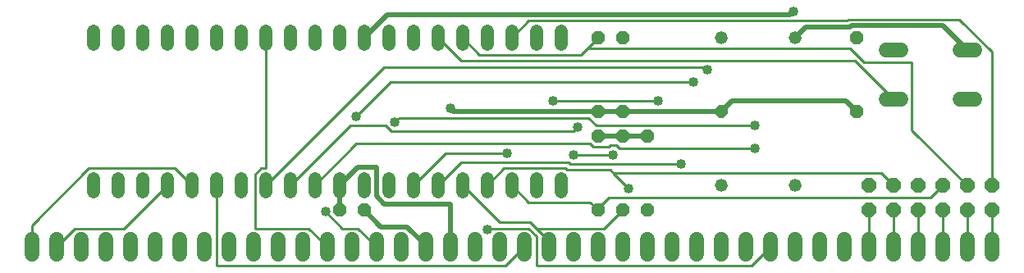
<source format=gtl>
G75*
%MOIN*%
%OFA0B0*%
%FSLAX24Y24*%
%IPPOS*%
%LPD*%
%AMOC8*
5,1,8,0,0,1.08239X$1,22.5*
%
%ADD10C,0.0520*%
%ADD11OC8,0.0600*%
%ADD12C,0.0600*%
%ADD13OC8,0.0520*%
%ADD14C,0.0520*%
%ADD15OC8,0.0515*%
%ADD16C,0.0100*%
%ADD17C,0.0400*%
%ADD18C,0.0200*%
D10*
X003680Y004420D02*
X003680Y004940D01*
X004680Y004940D02*
X004680Y004420D01*
X005680Y004420D02*
X005680Y004940D01*
X006680Y004940D02*
X006680Y004420D01*
X007680Y004420D02*
X007680Y004940D01*
X008680Y004940D02*
X008680Y004420D01*
X009680Y004420D02*
X009680Y004940D01*
X010680Y004940D02*
X010680Y004420D01*
X011680Y004420D02*
X011680Y004940D01*
X012680Y004940D02*
X012680Y004420D01*
X013680Y004420D02*
X013680Y004940D01*
X014680Y004940D02*
X014680Y004420D01*
X015680Y004420D02*
X015680Y004940D01*
X016680Y004940D02*
X016680Y004420D01*
X017680Y004420D02*
X017680Y004940D01*
X018680Y004940D02*
X018680Y004420D01*
X019680Y004420D02*
X019680Y004940D01*
X020680Y004940D02*
X020680Y004420D01*
X021680Y004420D02*
X021680Y004940D01*
X022680Y004940D02*
X022680Y004420D01*
X022680Y010420D02*
X022680Y010940D01*
X021680Y010940D02*
X021680Y010420D01*
X020680Y010420D02*
X020680Y010940D01*
X019680Y010940D02*
X019680Y010420D01*
X018680Y010420D02*
X018680Y010940D01*
X017680Y010940D02*
X017680Y010420D01*
X016680Y010420D02*
X016680Y010940D01*
X015680Y010940D02*
X015680Y010420D01*
X014680Y010420D02*
X014680Y010940D01*
X013680Y010940D02*
X013680Y010420D01*
X012680Y010420D02*
X012680Y010940D01*
X011680Y010940D02*
X011680Y010420D01*
X010680Y010420D02*
X010680Y010940D01*
X009680Y010940D02*
X009680Y010420D01*
X008680Y010420D02*
X008680Y010940D01*
X007680Y010940D02*
X007680Y010420D01*
X006680Y010420D02*
X006680Y010940D01*
X005680Y010940D02*
X005680Y010420D01*
X004680Y010420D02*
X004680Y010940D01*
X003680Y010940D02*
X003680Y010420D01*
D11*
X035180Y004680D03*
X036180Y004680D03*
X037180Y004680D03*
X038180Y004680D03*
X039180Y004680D03*
X040180Y004680D03*
X040180Y003680D03*
X039180Y003680D03*
X038180Y003680D03*
X037180Y003680D03*
X036180Y003680D03*
X035180Y003680D03*
D12*
X001180Y002480D02*
X001180Y001880D01*
X002180Y001880D02*
X002180Y002480D01*
X003180Y002480D02*
X003180Y001880D01*
X004180Y001880D02*
X004180Y002480D01*
X005180Y002480D02*
X005180Y001880D01*
X006180Y001880D02*
X006180Y002480D01*
X007180Y002480D02*
X007180Y001880D01*
X008180Y001880D02*
X008180Y002480D01*
X009180Y002480D02*
X009180Y001880D01*
X010180Y001880D02*
X010180Y002480D01*
X011180Y002480D02*
X011180Y001880D01*
X012180Y001880D02*
X012180Y002480D01*
X013180Y002480D02*
X013180Y001880D01*
X014180Y001880D02*
X014180Y002480D01*
X015180Y002480D02*
X015180Y001880D01*
X016180Y001880D02*
X016180Y002480D01*
X017180Y002480D02*
X017180Y001880D01*
X018180Y001880D02*
X018180Y002480D01*
X019180Y002480D02*
X019180Y001880D01*
X020180Y001880D02*
X020180Y002480D01*
X021180Y002480D02*
X021180Y001880D01*
X022180Y001880D02*
X022180Y002480D01*
X023180Y002480D02*
X023180Y001880D01*
X024180Y001880D02*
X024180Y002480D01*
X025180Y002480D02*
X025180Y001880D01*
X026180Y001880D02*
X026180Y002480D01*
X027180Y002480D02*
X027180Y001880D01*
X028180Y001880D02*
X028180Y002480D01*
X029180Y002480D02*
X029180Y001880D01*
X030180Y001880D02*
X030180Y002480D01*
X031180Y002480D02*
X031180Y001880D01*
X032180Y001880D02*
X032180Y002480D01*
X033180Y002480D02*
X033180Y001880D01*
X034180Y001880D02*
X034180Y002480D01*
X035180Y002480D02*
X035180Y001880D01*
X036180Y001880D02*
X036180Y002480D01*
X037180Y002480D02*
X037180Y001880D01*
X038180Y001880D02*
X038180Y002480D01*
X039180Y002480D02*
X039180Y001880D01*
X040180Y001880D02*
X040180Y002480D01*
X039480Y008180D02*
X038880Y008180D01*
X036480Y008180D02*
X035880Y008180D01*
X035880Y010180D02*
X036480Y010180D01*
X038880Y010180D02*
X039480Y010180D01*
D13*
X034680Y010680D03*
X034680Y007680D03*
X026180Y006680D03*
X025180Y006680D03*
X024180Y006680D03*
X024180Y007680D03*
X025180Y007680D03*
X025180Y010680D03*
X024180Y010680D03*
X024180Y003680D03*
X025180Y003680D03*
X026180Y003680D03*
X014680Y003680D03*
X013680Y003680D03*
D14*
X029180Y004680D03*
X032180Y004680D03*
X032180Y010680D03*
X029180Y010680D03*
D15*
X029180Y007680D03*
D16*
X030555Y007118D02*
X024118Y007118D01*
X023805Y007430D01*
X016118Y007430D01*
X015930Y007243D01*
X015805Y006868D02*
X015555Y007118D01*
X014118Y007118D01*
X011680Y004680D01*
X012680Y004680D02*
X014368Y006368D01*
X023868Y006368D01*
X023993Y006243D01*
X024618Y006243D01*
X024680Y006305D01*
X024930Y006305D01*
X025055Y006180D01*
X030555Y006180D01*
X027555Y005555D02*
X023055Y005555D01*
X022993Y005618D01*
X018618Y005618D01*
X017680Y004680D01*
X016680Y004680D02*
X017993Y005993D01*
X020493Y005993D01*
X020368Y005368D02*
X019680Y004680D01*
X018680Y004680D02*
X020180Y003180D01*
X021430Y003180D01*
X021711Y002899D01*
X021743Y002930D01*
X024430Y002930D01*
X025180Y003680D01*
X024618Y004180D02*
X024180Y003743D01*
X024180Y003680D01*
X023868Y003993D01*
X021368Y003993D01*
X020680Y004680D01*
X020368Y005368D02*
X022868Y005368D01*
X022930Y005305D01*
X024680Y005305D01*
X024836Y005149D01*
X024868Y005180D01*
X035680Y005180D01*
X036180Y004680D01*
X037680Y004180D02*
X024618Y004180D01*
X025430Y004555D02*
X024836Y005149D01*
X024805Y005930D02*
X023180Y005930D01*
X023180Y006868D02*
X023368Y007055D01*
X023180Y006868D02*
X015805Y006868D01*
X014368Y007493D02*
X015743Y008868D01*
X028055Y008868D01*
X028618Y009368D02*
X028493Y009493D01*
X015493Y009493D01*
X010680Y004680D01*
X010243Y005118D02*
X010243Y002930D01*
X012430Y002930D01*
X013180Y002180D01*
X013805Y002930D02*
X014430Y002930D01*
X015180Y002180D01*
X013805Y002930D02*
X013118Y003618D01*
X010493Y005368D02*
X010243Y005118D01*
X010493Y005368D02*
X010680Y005368D01*
X010680Y010680D01*
X017680Y010680D02*
X018618Y009743D01*
X034618Y009743D01*
X036180Y008180D01*
X036930Y006930D02*
X036930Y009680D01*
X034993Y009680D01*
X034430Y010243D01*
X023805Y010243D01*
X023774Y010274D01*
X023493Y009993D01*
X019368Y009993D01*
X018680Y010680D01*
X020680Y010680D02*
X021368Y011368D01*
X034305Y011368D01*
X034368Y011430D01*
X038868Y011430D01*
X040180Y010118D01*
X040180Y004680D01*
X039180Y004680D02*
X036930Y006930D01*
X038180Y004680D02*
X037680Y004180D01*
X037180Y003680D02*
X037180Y002180D01*
X036180Y002180D02*
X036180Y003680D01*
X035180Y003680D02*
X035180Y002180D01*
X038180Y002180D02*
X038180Y003680D01*
X039180Y003680D02*
X039180Y002180D01*
X040180Y002180D02*
X040180Y003680D01*
X031180Y002180D02*
X030430Y001430D01*
X021680Y001430D01*
X021680Y002618D01*
X021368Y002930D01*
X019743Y002930D01*
X019680Y002868D01*
X020430Y001430D02*
X021180Y002180D01*
X021711Y002899D02*
X022180Y002430D01*
X022180Y002180D01*
X020430Y001430D02*
X008680Y001430D01*
X008680Y004680D01*
X007680Y004680D02*
X006993Y005368D01*
X003493Y005368D01*
X001180Y003055D01*
X001180Y002180D01*
X002180Y002180D02*
X002930Y002930D01*
X004930Y002930D01*
X006680Y004680D01*
X022368Y008118D02*
X026618Y008118D01*
X024180Y010680D02*
X023774Y010274D01*
D17*
X028055Y008868D03*
X028618Y009368D03*
X026618Y008118D03*
X023368Y007055D03*
X023180Y005930D03*
X024805Y005930D03*
X027555Y005555D03*
X025430Y004555D03*
X020493Y005993D03*
X015930Y007243D03*
X014368Y007493D03*
X018180Y007805D03*
X022368Y008118D03*
X030555Y007118D03*
X030555Y006180D03*
X019680Y002868D03*
X013118Y003618D03*
X032118Y011743D03*
D18*
X031993Y011618D01*
X015618Y011618D01*
X014680Y010680D01*
X018180Y007805D02*
X018305Y007680D01*
X024180Y007680D01*
X025180Y007680D01*
X029180Y007680D01*
X029618Y008118D01*
X034243Y008118D01*
X034680Y007680D01*
X038180Y011180D02*
X039180Y010180D01*
X038180Y011180D02*
X034493Y011180D01*
X034430Y011118D01*
X032618Y011118D01*
X032180Y010680D01*
X026180Y006680D02*
X025180Y006680D01*
X024180Y006680D01*
X018180Y003930D02*
X015493Y003930D01*
X015180Y004243D01*
X015180Y005430D01*
X014430Y005430D01*
X013680Y004680D01*
X013680Y003680D01*
X014680Y003680D02*
X015368Y002993D01*
X016430Y002993D01*
X017180Y002243D01*
X017180Y002180D01*
X018180Y002180D02*
X018180Y003930D01*
M02*

</source>
